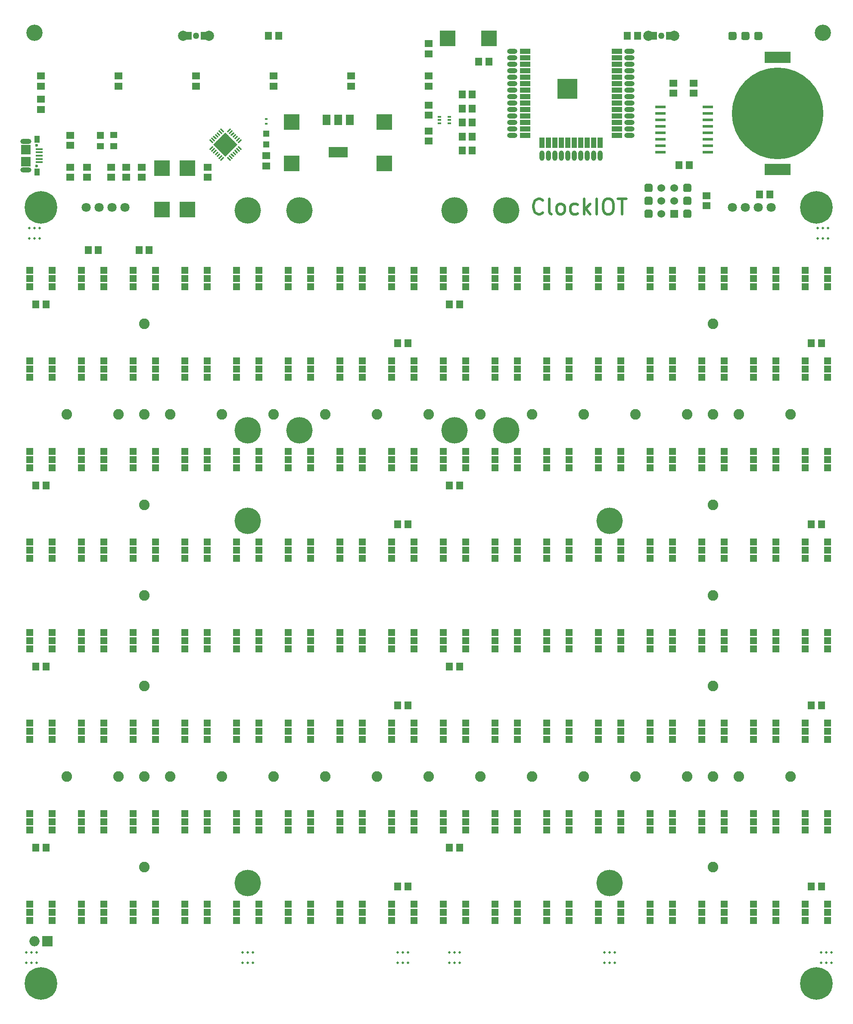
<source format=gts>
G04 #@! TF.GenerationSoftware,KiCad,Pcbnew,5.0.0-rc2-unknown-6d77e59~65~ubuntu16.04.1*
G04 #@! TF.CreationDate,2018-06-25T19:28:44+05:30*
G04 #@! TF.ProjectId,ClockIOT,436C6F636B494F542E6B696361645F70,rev 1*
G04 #@! TF.SameCoordinates,PX2fd7508PY2fd7508*
G04 #@! TF.FileFunction,Soldermask,Top*
G04 #@! TF.FilePolarity,Negative*
%FSLAX46Y46*%
G04 Gerber Fmt 4.6, Leading zero omitted, Abs format (unit mm)*
G04 Created by KiCad (PCBNEW 5.0.0-rc2-unknown-6d77e59~65~ubuntu16.04.1) date Mon Jun 25 19:28:44 2018*
%MOMM*%
%LPD*%
G01*
G04 APERTURE LIST*
%ADD10C,0.500000*%
%ADD11O,2.150000X1.050000*%
%ADD12R,1.900000X1.900000*%
%ADD13R,1.000000X1.350000*%
%ADD14R,1.350000X0.400000*%
%ADD15C,0.600000*%
%ADD16C,18.000000*%
%ADD17R,5.200000X2.200000*%
%ADD18R,1.400000X1.400000*%
%ADD19R,1.400000X1.200000*%
%ADD20R,1.350000X1.550000*%
%ADD21R,1.550000X1.350000*%
%ADD22R,1.500000X2.000000*%
%ADD23R,3.800000X2.000000*%
%ADD24R,0.600000X0.400000*%
%ADD25R,1.198880X1.198880*%
%ADD26C,5.200000*%
%ADD27C,6.400000*%
%ADD28C,0.800000*%
%ADD29R,2.000000X1.000000*%
%ADD30R,1.000000X2.000000*%
%ADD31R,4.000000X4.000000*%
%ADD32O,2.000000X1.000000*%
%ADD33O,1.000000X2.000000*%
%ADD34C,2.082800*%
%ADD35O,2.000000X2.000000*%
%ADD36R,2.000000X2.000000*%
%ADD37C,0.508000*%
%ADD38C,1.800000*%
%ADD39C,1.524000*%
%ADD40R,1.524000X1.524000*%
%ADD41C,0.127000*%
%ADD42C,1.600000*%
%ADD43C,1.270000*%
%ADD44R,1.300480X1.498600*%
%ADD45C,2.000000*%
%ADD46R,1.998980X0.599440*%
%ADD47R,3.048000X3.048000*%
%ADD48R,0.650000X0.400000*%
%ADD49C,1.675000*%
%ADD50C,0.300000*%
%ADD51C,0.300000*%
%ADD52C,3.200000*%
G04 APERTURE END LIST*
D10*
X103692142Y-38536428D02*
X103549285Y-38679285D01*
X103120714Y-38822142D01*
X102835000Y-38822142D01*
X102406428Y-38679285D01*
X102120714Y-38393571D01*
X101977857Y-38107857D01*
X101835000Y-37536428D01*
X101835000Y-37107857D01*
X101977857Y-36536428D01*
X102120714Y-36250714D01*
X102406428Y-35965000D01*
X102835000Y-35822142D01*
X103120714Y-35822142D01*
X103549285Y-35965000D01*
X103692142Y-36107857D01*
X105406428Y-38822142D02*
X105120714Y-38679285D01*
X104977857Y-38393571D01*
X104977857Y-35822142D01*
X106977857Y-38822142D02*
X106692142Y-38679285D01*
X106549285Y-38536428D01*
X106406428Y-38250714D01*
X106406428Y-37393571D01*
X106549285Y-37107857D01*
X106692142Y-36965000D01*
X106977857Y-36822142D01*
X107406428Y-36822142D01*
X107692142Y-36965000D01*
X107835000Y-37107857D01*
X107977857Y-37393571D01*
X107977857Y-38250714D01*
X107835000Y-38536428D01*
X107692142Y-38679285D01*
X107406428Y-38822142D01*
X106977857Y-38822142D01*
X110549285Y-38679285D02*
X110263571Y-38822142D01*
X109692142Y-38822142D01*
X109406428Y-38679285D01*
X109263571Y-38536428D01*
X109120714Y-38250714D01*
X109120714Y-37393571D01*
X109263571Y-37107857D01*
X109406428Y-36965000D01*
X109692142Y-36822142D01*
X110263571Y-36822142D01*
X110549285Y-36965000D01*
X111835000Y-38822142D02*
X111835000Y-35822142D01*
X112120714Y-37679285D02*
X112977857Y-38822142D01*
X112977857Y-36822142D02*
X111835000Y-37965000D01*
X114263571Y-38822142D02*
X114263571Y-35822142D01*
X116263571Y-35822142D02*
X116835000Y-35822142D01*
X117120714Y-35965000D01*
X117406428Y-36250714D01*
X117549285Y-36822142D01*
X117549285Y-37822142D01*
X117406428Y-38393571D01*
X117120714Y-38679285D01*
X116835000Y-38822142D01*
X116263571Y-38822142D01*
X115977857Y-38679285D01*
X115692142Y-38393571D01*
X115549285Y-37822142D01*
X115549285Y-36822142D01*
X115692142Y-36250714D01*
X115977857Y-35965000D01*
X116263571Y-35822142D01*
X118406428Y-35822142D02*
X120120714Y-35822142D01*
X119263571Y-38822142D02*
X119263571Y-35822142D01*
D11*
G04 #@! TO.C,P1*
X2085000Y-30170000D03*
X2085000Y-24500000D03*
D12*
X2085000Y-26185000D03*
D13*
X4335000Y-30535000D03*
D14*
X4760000Y-27335000D03*
X4760000Y-27985000D03*
X4760000Y-28635000D03*
X4760000Y-26035000D03*
X4760000Y-26685000D03*
D13*
X4335000Y-24135000D03*
D12*
X2085000Y-28485000D03*
D15*
X4235000Y-25335000D03*
X4235000Y-29335000D03*
G04 #@! TD*
D16*
G04 #@! TO.C,BT1*
X149860000Y-19050000D03*
D17*
X149860000Y-30050000D03*
X149860000Y-8050000D03*
G04 #@! TD*
D18*
G04 #@! TO.C,D1*
X16785000Y-23335000D03*
D19*
X16785000Y-25435000D03*
X19385000Y-25435000D03*
X19385000Y-23235000D03*
G04 #@! TD*
D20*
G04 #@! TO.C,C12*
X77200000Y-135255000D03*
X75200000Y-135255000D03*
G04 #@! TD*
G04 #@! TO.C,C7*
X158480000Y-99695000D03*
X156480000Y-99695000D03*
G04 #@! TD*
G04 #@! TO.C,C8*
X77200000Y-99695000D03*
X75200000Y-99695000D03*
G04 #@! TD*
D21*
G04 #@! TO.C,C24*
X24835000Y-29585000D03*
X24835000Y-31585000D03*
G04 #@! TD*
G04 #@! TO.C,C31*
X14085000Y-29585000D03*
X14085000Y-31585000D03*
G04 #@! TD*
D20*
G04 #@! TO.C,C22*
X132445000Y-29210000D03*
X130445000Y-29210000D03*
G04 #@! TD*
G04 #@! TO.C,C28*
X93085000Y-8835000D03*
X91085000Y-8835000D03*
G04 #@! TD*
D21*
G04 #@! TO.C,C26*
X37835000Y-29585000D03*
X37835000Y-31585000D03*
G04 #@! TD*
G04 #@! TO.C,C21*
X81280000Y-5350000D03*
X81280000Y-7350000D03*
G04 #@! TD*
G04 #@! TO.C,C20*
X5080000Y-16272000D03*
X5080000Y-18272000D03*
G04 #@! TD*
G04 #@! TO.C,C29*
X135890000Y-35195000D03*
X135890000Y-37195000D03*
G04 #@! TD*
D20*
G04 #@! TO.C,C30*
X148320000Y-34925000D03*
X146320000Y-34925000D03*
G04 #@! TD*
D21*
G04 #@! TO.C,C19*
X81280000Y-22495000D03*
X81280000Y-24495000D03*
G04 #@! TD*
D20*
G04 #@! TO.C,C9*
X6080000Y-127635000D03*
X4080000Y-127635000D03*
G04 #@! TD*
G04 #@! TO.C,C6*
X87360000Y-92075000D03*
X85360000Y-92075000D03*
G04 #@! TD*
G04 #@! TO.C,C1*
X6080000Y-56515000D03*
X4080000Y-56515000D03*
G04 #@! TD*
G04 #@! TO.C,C2*
X87360000Y-56515000D03*
X85360000Y-56515000D03*
G04 #@! TD*
G04 #@! TO.C,C3*
X158480000Y-64135000D03*
X156480000Y-64135000D03*
G04 #@! TD*
G04 #@! TO.C,C4*
X77200000Y-64135000D03*
X75200000Y-64135000D03*
G04 #@! TD*
G04 #@! TO.C,C5*
X6080000Y-92075000D03*
X4080000Y-92075000D03*
G04 #@! TD*
G04 #@! TO.C,C10*
X87360000Y-127635000D03*
X85360000Y-127635000D03*
G04 #@! TD*
G04 #@! TO.C,C11*
X158480000Y-135255000D03*
X156480000Y-135255000D03*
G04 #@! TD*
G04 #@! TO.C,C13*
X6080000Y-163195000D03*
X4080000Y-163195000D03*
G04 #@! TD*
G04 #@! TO.C,C14*
X87360000Y-163195000D03*
X85360000Y-163195000D03*
G04 #@! TD*
G04 #@! TO.C,C15*
X158480000Y-170815000D03*
X156480000Y-170815000D03*
G04 #@! TD*
G04 #@! TO.C,C16*
X77200000Y-170815000D03*
X75200000Y-170815000D03*
G04 #@! TD*
D21*
G04 #@! TO.C,R9*
X18835000Y-29585000D03*
X18835000Y-31585000D03*
G04 #@! TD*
G04 #@! TO.C,L2*
X10835000Y-29585000D03*
X10835000Y-31585000D03*
G04 #@! TD*
G04 #@! TO.C,R25*
X20320000Y-11700000D03*
X20320000Y-13700000D03*
G04 #@! TD*
G04 #@! TO.C,R24*
X35560000Y-11700000D03*
X35560000Y-13700000D03*
G04 #@! TD*
G04 #@! TO.C,R11*
X50800000Y-11700000D03*
X50800000Y-13700000D03*
G04 #@! TD*
G04 #@! TO.C,R10*
X66040000Y-11700000D03*
X66040000Y-13700000D03*
G04 #@! TD*
D20*
G04 #@! TO.C,R23*
X89835000Y-18085000D03*
X87835000Y-18085000D03*
G04 #@! TD*
G04 #@! TO.C,R22*
X89835000Y-20835000D03*
X87835000Y-20835000D03*
G04 #@! TD*
G04 #@! TO.C,R20*
X89835000Y-23585000D03*
X87835000Y-23585000D03*
G04 #@! TD*
G04 #@! TO.C,R19*
X89835000Y-26335000D03*
X87835000Y-26335000D03*
G04 #@! TD*
D21*
G04 #@! TO.C,R18*
X81280000Y-11700000D03*
X81280000Y-13700000D03*
G04 #@! TD*
G04 #@! TO.C,R16*
X5080000Y-11700000D03*
X5080000Y-13700000D03*
G04 #@! TD*
G04 #@! TO.C,R4*
X49335000Y-27335000D03*
X49335000Y-29335000D03*
G04 #@! TD*
G04 #@! TO.C,R3*
X81280000Y-17415000D03*
X81280000Y-19415000D03*
G04 #@! TD*
G04 #@! TO.C,R8*
X21835000Y-29585000D03*
X21835000Y-31585000D03*
G04 #@! TD*
G04 #@! TO.C,R7*
X129335000Y-13085000D03*
X129335000Y-15085000D03*
G04 #@! TD*
G04 #@! TO.C,R6*
X133335000Y-13085000D03*
X133335000Y-15085000D03*
G04 #@! TD*
D20*
G04 #@! TO.C,R21*
X89835000Y-15335000D03*
X87835000Y-15335000D03*
G04 #@! TD*
G04 #@! TO.C,R1*
X16335000Y-45835000D03*
X14335000Y-45835000D03*
G04 #@! TD*
G04 #@! TO.C,R2*
X26335000Y-45835000D03*
X24335000Y-45835000D03*
G04 #@! TD*
G04 #@! TO.C,R12*
X51800000Y-3810000D03*
X49800000Y-3810000D03*
G04 #@! TD*
G04 #@! TO.C,R13*
X122285000Y-3810000D03*
X120285000Y-3810000D03*
G04 #@! TD*
D21*
G04 #@! TO.C,L1*
X10835000Y-23335000D03*
X10835000Y-25335000D03*
G04 #@! TD*
D22*
G04 #@! TO.C,U131*
X65800000Y-20345000D03*
X61200000Y-20345000D03*
X63500000Y-20345000D03*
D23*
X63500000Y-26645000D03*
G04 #@! TD*
D24*
G04 #@! TO.C,JP1*
X49335000Y-21035000D03*
X49335000Y-20135000D03*
G04 #@! TD*
D25*
G04 #@! TO.C,D2*
X49335000Y-23035980D03*
X49335000Y-25134020D03*
G04 #@! TD*
D18*
G04 #@! TO.C,U123*
X58080000Y-174295000D03*
X53680000Y-174295000D03*
X53680000Y-175895000D03*
X58080000Y-175895000D03*
X58080000Y-177495000D03*
X53680000Y-177495000D03*
G04 #@! TD*
D26*
G04 #@! TO.C,HB54*
X45720000Y-170180000D03*
G04 #@! TD*
G04 #@! TO.C,HB53*
X116840000Y-170180000D03*
G04 #@! TD*
G04 #@! TO.C,HB52*
X116840000Y-99060000D03*
G04 #@! TD*
G04 #@! TO.C,HB51*
X45720000Y-99060000D03*
G04 #@! TD*
D27*
G04 #@! TO.C,HB47*
X5080000Y-37465000D03*
D28*
X7480000Y-37465000D03*
X6777056Y-39162056D03*
X5080000Y-39865000D03*
X3382944Y-39162056D03*
X2680000Y-37465000D03*
X3382944Y-35767944D03*
X5080000Y-35065000D03*
X6777056Y-35767944D03*
G04 #@! TD*
D27*
G04 #@! TO.C,HB48*
X157480000Y-37465000D03*
D28*
X159880000Y-37465000D03*
X159177056Y-39162056D03*
X157480000Y-39865000D03*
X155782944Y-39162056D03*
X155080000Y-37465000D03*
X155782944Y-35767944D03*
X157480000Y-35065000D03*
X159177056Y-35767944D03*
G04 #@! TD*
D27*
G04 #@! TO.C,HB49*
X5080000Y-189865000D03*
D28*
X7480000Y-189865000D03*
X6777056Y-191562056D03*
X5080000Y-192265000D03*
X3382944Y-191562056D03*
X2680000Y-189865000D03*
X3382944Y-188167944D03*
X5080000Y-187465000D03*
X6777056Y-188167944D03*
G04 #@! TD*
D27*
G04 #@! TO.C,HB50*
X157480000Y-189865000D03*
D28*
X159880000Y-189865000D03*
X159177056Y-191562056D03*
X157480000Y-192265000D03*
X155782944Y-191562056D03*
X155080000Y-189865000D03*
X155782944Y-188167944D03*
X157480000Y-187465000D03*
X159177056Y-188167944D03*
G04 #@! TD*
D29*
G04 #@! TO.C,U129*
X100220000Y-6815000D03*
X100220000Y-8085000D03*
X100220000Y-9355000D03*
X100220000Y-10625000D03*
X100220000Y-11895000D03*
X100220000Y-13165000D03*
X100220000Y-14435000D03*
X100220000Y-15705000D03*
X100220000Y-16975000D03*
X100220000Y-18245000D03*
X100220000Y-19515000D03*
X100220000Y-20785000D03*
X100220000Y-22055000D03*
X100220000Y-23325000D03*
D30*
X103505000Y-24815000D03*
X104775000Y-24815000D03*
X106045000Y-24815000D03*
X107315000Y-24815000D03*
X108585000Y-24815000D03*
X109855000Y-24815000D03*
X111125000Y-24815000D03*
X112395000Y-24815000D03*
X113665000Y-24815000D03*
X114935000Y-24815000D03*
D29*
X118220000Y-23325000D03*
X118220000Y-22055000D03*
X118220000Y-20785000D03*
X118220000Y-19515000D03*
X118220000Y-18245000D03*
X118220000Y-16975000D03*
X118220000Y-15705000D03*
X118220000Y-14435000D03*
X118220000Y-13165000D03*
X118220000Y-11895000D03*
X118220000Y-10625000D03*
X118220000Y-9355000D03*
X118220000Y-8085000D03*
X118220000Y-6815000D03*
D31*
X108520000Y-14215000D03*
D32*
X97720000Y-6815000D03*
X97720000Y-8085000D03*
X97720000Y-9355000D03*
X97720000Y-10625000D03*
X97720000Y-11895000D03*
X97720000Y-13165000D03*
X97720000Y-14435000D03*
X97720000Y-15705000D03*
X97720000Y-16975000D03*
X97720000Y-18245000D03*
X97720000Y-19515000D03*
X97720000Y-20785000D03*
X97720000Y-22055000D03*
X97720000Y-23325000D03*
X120720000Y-8085000D03*
X120720000Y-16975000D03*
X120720000Y-18245000D03*
X120720000Y-10625000D03*
X120720000Y-6815000D03*
X120720000Y-19515000D03*
X120720000Y-13165000D03*
X120720000Y-23325000D03*
X120720000Y-22055000D03*
X120720000Y-15705000D03*
X120720000Y-14435000D03*
X120720000Y-11895000D03*
X120720000Y-20785000D03*
X120720000Y-9355000D03*
D33*
X103505000Y-27315000D03*
X104775000Y-27315000D03*
X106045000Y-27315000D03*
X107315000Y-27315000D03*
X108585000Y-27315000D03*
X111125000Y-27315000D03*
X112395000Y-27315000D03*
X113665000Y-27315000D03*
X114935000Y-27315000D03*
X109855000Y-27315000D03*
G04 #@! TD*
D34*
G04 #@! TO.C,HB44*
X137160000Y-167005000D03*
G04 #@! TD*
G04 #@! TO.C,HB43*
X137160000Y-149225000D03*
G04 #@! TD*
G04 #@! TO.C,HB42*
X137160000Y-131445000D03*
G04 #@! TD*
G04 #@! TO.C,HB41*
X137160000Y-113665000D03*
G04 #@! TD*
G04 #@! TO.C,HB40*
X137160000Y-95885000D03*
G04 #@! TD*
G04 #@! TO.C,HB39*
X137160000Y-78105000D03*
G04 #@! TD*
G04 #@! TO.C,HB38*
X137160000Y-60325000D03*
G04 #@! TD*
G04 #@! TO.C,HB37*
X25400000Y-167005000D03*
G04 #@! TD*
G04 #@! TO.C,HB36*
X25400000Y-149225000D03*
G04 #@! TD*
G04 #@! TO.C,HB35*
X25400000Y-131445000D03*
G04 #@! TD*
G04 #@! TO.C,HB34*
X25400000Y-113665000D03*
G04 #@! TD*
G04 #@! TO.C,HB33*
X25400000Y-95885000D03*
G04 #@! TD*
G04 #@! TO.C,HB32*
X25400000Y-78105000D03*
G04 #@! TD*
G04 #@! TO.C,HB31*
X25400000Y-60325000D03*
G04 #@! TD*
G04 #@! TO.C,HB30*
X152400000Y-149225000D03*
G04 #@! TD*
G04 #@! TO.C,HB29*
X142240000Y-149225000D03*
G04 #@! TD*
G04 #@! TO.C,HB28*
X132080000Y-149225000D03*
G04 #@! TD*
G04 #@! TO.C,HB27*
X121920000Y-149225000D03*
G04 #@! TD*
G04 #@! TO.C,HB26*
X111760000Y-149225000D03*
G04 #@! TD*
G04 #@! TO.C,HB25*
X101600000Y-149225000D03*
G04 #@! TD*
G04 #@! TO.C,HB24*
X91440000Y-149225000D03*
G04 #@! TD*
G04 #@! TO.C,HB23*
X81280000Y-149225000D03*
G04 #@! TD*
G04 #@! TO.C,HB22*
X71120000Y-149225000D03*
G04 #@! TD*
G04 #@! TO.C,HB21*
X60960000Y-149225000D03*
G04 #@! TD*
G04 #@! TO.C,HB20*
X50800000Y-149225000D03*
G04 #@! TD*
G04 #@! TO.C,HB19*
X40640000Y-149225000D03*
G04 #@! TD*
G04 #@! TO.C,HB18*
X30480000Y-149225000D03*
G04 #@! TD*
G04 #@! TO.C,HB17*
X20320000Y-149225000D03*
G04 #@! TD*
G04 #@! TO.C,HB16*
X10160000Y-149225000D03*
G04 #@! TD*
G04 #@! TO.C,HB15*
X152400000Y-78105000D03*
G04 #@! TD*
G04 #@! TO.C,HB14*
X142240000Y-78105000D03*
G04 #@! TD*
G04 #@! TO.C,HB13*
X132080000Y-78105000D03*
G04 #@! TD*
G04 #@! TO.C,HB12*
X121920000Y-78105000D03*
G04 #@! TD*
G04 #@! TO.C,HB11*
X111760000Y-78105000D03*
G04 #@! TD*
G04 #@! TO.C,HB10*
X101600000Y-78105000D03*
G04 #@! TD*
G04 #@! TO.C,HB9*
X91440000Y-78105000D03*
G04 #@! TD*
G04 #@! TO.C,HB8*
X81280000Y-78105000D03*
G04 #@! TD*
G04 #@! TO.C,HB7*
X71120000Y-78105000D03*
G04 #@! TD*
G04 #@! TO.C,HB6*
X60960000Y-78105000D03*
G04 #@! TD*
G04 #@! TO.C,HB5*
X50800000Y-78105000D03*
G04 #@! TD*
G04 #@! TO.C,HB4*
X40640000Y-78105000D03*
G04 #@! TD*
G04 #@! TO.C,HB3*
X30480000Y-78105000D03*
G04 #@! TD*
G04 #@! TO.C,HB2*
X20320000Y-78105000D03*
G04 #@! TD*
G04 #@! TO.C,HB1*
X10160000Y-78105000D03*
G04 #@! TD*
D35*
G04 #@! TO.C,P2*
X3810000Y-181610000D03*
D36*
X6350000Y-181610000D03*
G04 #@! TD*
D37*
G04 #@! TO.C,BITE1*
X4826000Y-43561000D03*
X2794000Y-43561000D03*
X2794000Y-41529000D03*
X4826000Y-41529000D03*
X3810000Y-43561000D03*
X3810000Y-41529000D03*
G04 #@! TD*
G04 #@! TO.C,BITE2*
X159766000Y-43561000D03*
X157734000Y-43561000D03*
X157734000Y-41529000D03*
X159766000Y-41529000D03*
X158750000Y-43561000D03*
X158750000Y-41529000D03*
G04 #@! TD*
G04 #@! TO.C,BITE3*
X4191000Y-185801000D03*
X2159000Y-185801000D03*
X2159000Y-183769000D03*
X4191000Y-183769000D03*
X3175000Y-185801000D03*
X3175000Y-183769000D03*
G04 #@! TD*
G04 #@! TO.C,BITE4*
X46736000Y-185801000D03*
X44704000Y-185801000D03*
X44704000Y-183769000D03*
X46736000Y-183769000D03*
X45720000Y-185801000D03*
X45720000Y-183769000D03*
G04 #@! TD*
G04 #@! TO.C,BITE5*
X77216000Y-185801000D03*
X75184000Y-185801000D03*
X75184000Y-183769000D03*
X77216000Y-183769000D03*
X76200000Y-185801000D03*
X76200000Y-183769000D03*
G04 #@! TD*
G04 #@! TO.C,BITE6*
X87376000Y-185801000D03*
X85344000Y-185801000D03*
X85344000Y-183769000D03*
X87376000Y-183769000D03*
X86360000Y-185801000D03*
X86360000Y-183769000D03*
G04 #@! TD*
G04 #@! TO.C,BITE7*
X117856000Y-185801000D03*
X115824000Y-185801000D03*
X115824000Y-183769000D03*
X117856000Y-183769000D03*
X116840000Y-185801000D03*
X116840000Y-183769000D03*
G04 #@! TD*
G04 #@! TO.C,BITE8*
X160401000Y-185801000D03*
X158369000Y-185801000D03*
X158369000Y-183769000D03*
X160401000Y-183769000D03*
X159385000Y-185801000D03*
X159385000Y-183769000D03*
G04 #@! TD*
D38*
G04 #@! TO.C,J25*
X21590000Y-37465000D03*
X19050000Y-37465000D03*
X16510000Y-37465000D03*
X13970000Y-37465000D03*
G04 #@! TD*
G04 #@! TO.C,J24*
X140970000Y-37465000D03*
X143510000Y-37465000D03*
X146050000Y-37465000D03*
X148590000Y-37465000D03*
G04 #@! TD*
D39*
G04 #@! TO.C,J20*
X127000000Y-38735000D03*
D40*
X129540000Y-38735000D03*
D39*
X127000000Y-36195000D03*
X129540000Y-36195000D03*
X127000000Y-33655000D03*
X129540000Y-33655000D03*
G04 #@! TD*
D26*
G04 #@! TO.C,J8*
X86360000Y-38100000D03*
G04 #@! TD*
G04 #@! TO.C,J7*
X96520000Y-38100000D03*
G04 #@! TD*
G04 #@! TO.C,J2*
X55880000Y-38100000D03*
G04 #@! TD*
G04 #@! TO.C,J1*
X45720000Y-38100000D03*
G04 #@! TD*
G04 #@! TO.C,J9*
X45720000Y-81280000D03*
G04 #@! TD*
G04 #@! TO.C,J10*
X55880000Y-81280000D03*
G04 #@! TD*
G04 #@! TO.C,J15*
X96520000Y-81280000D03*
G04 #@! TD*
G04 #@! TO.C,J16*
X86360000Y-81280000D03*
G04 #@! TD*
D41*
G04 #@! TO.C,TP1*
G36*
X141409207Y-3011926D02*
X141448036Y-3017686D01*
X141486114Y-3027224D01*
X141523073Y-3040448D01*
X141558559Y-3057231D01*
X141592228Y-3077412D01*
X141623757Y-3100796D01*
X141652843Y-3127157D01*
X141679204Y-3156243D01*
X141702588Y-3187772D01*
X141722769Y-3221441D01*
X141739552Y-3256927D01*
X141752776Y-3293886D01*
X141762314Y-3331964D01*
X141768074Y-3370793D01*
X141770000Y-3410000D01*
X141770000Y-4210000D01*
X141768074Y-4249207D01*
X141762314Y-4288036D01*
X141752776Y-4326114D01*
X141739552Y-4363073D01*
X141722769Y-4398559D01*
X141702588Y-4432228D01*
X141679204Y-4463757D01*
X141652843Y-4492843D01*
X141623757Y-4519204D01*
X141592228Y-4542588D01*
X141558559Y-4562769D01*
X141523073Y-4579552D01*
X141486114Y-4592776D01*
X141448036Y-4602314D01*
X141409207Y-4608074D01*
X141370000Y-4610000D01*
X140570000Y-4610000D01*
X140530793Y-4608074D01*
X140491964Y-4602314D01*
X140453886Y-4592776D01*
X140416927Y-4579552D01*
X140381441Y-4562769D01*
X140347772Y-4542588D01*
X140316243Y-4519204D01*
X140287157Y-4492843D01*
X140260796Y-4463757D01*
X140237412Y-4432228D01*
X140217231Y-4398559D01*
X140200448Y-4363073D01*
X140187224Y-4326114D01*
X140177686Y-4288036D01*
X140171926Y-4249207D01*
X140170000Y-4210000D01*
X140170000Y-3410000D01*
X140171926Y-3370793D01*
X140177686Y-3331964D01*
X140187224Y-3293886D01*
X140200448Y-3256927D01*
X140217231Y-3221441D01*
X140237412Y-3187772D01*
X140260796Y-3156243D01*
X140287157Y-3127157D01*
X140316243Y-3100796D01*
X140347772Y-3077412D01*
X140381441Y-3057231D01*
X140416927Y-3040448D01*
X140453886Y-3027224D01*
X140491964Y-3017686D01*
X140530793Y-3011926D01*
X140570000Y-3010000D01*
X141370000Y-3010000D01*
X141409207Y-3011926D01*
X141409207Y-3011926D01*
G37*
D42*
X140970000Y-3810000D03*
G04 #@! TD*
D41*
G04 #@! TO.C,J23*
G36*
X132519207Y-37936926D02*
X132558036Y-37942686D01*
X132596114Y-37952224D01*
X132633073Y-37965448D01*
X132668559Y-37982231D01*
X132702228Y-38002412D01*
X132733757Y-38025796D01*
X132762843Y-38052157D01*
X132789204Y-38081243D01*
X132812588Y-38112772D01*
X132832769Y-38146441D01*
X132849552Y-38181927D01*
X132862776Y-38218886D01*
X132872314Y-38256964D01*
X132878074Y-38295793D01*
X132880000Y-38335000D01*
X132880000Y-39135000D01*
X132878074Y-39174207D01*
X132872314Y-39213036D01*
X132862776Y-39251114D01*
X132849552Y-39288073D01*
X132832769Y-39323559D01*
X132812588Y-39357228D01*
X132789204Y-39388757D01*
X132762843Y-39417843D01*
X132733757Y-39444204D01*
X132702228Y-39467588D01*
X132668559Y-39487769D01*
X132633073Y-39504552D01*
X132596114Y-39517776D01*
X132558036Y-39527314D01*
X132519207Y-39533074D01*
X132480000Y-39535000D01*
X131680000Y-39535000D01*
X131640793Y-39533074D01*
X131601964Y-39527314D01*
X131563886Y-39517776D01*
X131526927Y-39504552D01*
X131491441Y-39487769D01*
X131457772Y-39467588D01*
X131426243Y-39444204D01*
X131397157Y-39417843D01*
X131370796Y-39388757D01*
X131347412Y-39357228D01*
X131327231Y-39323559D01*
X131310448Y-39288073D01*
X131297224Y-39251114D01*
X131287686Y-39213036D01*
X131281926Y-39174207D01*
X131280000Y-39135000D01*
X131280000Y-38335000D01*
X131281926Y-38295793D01*
X131287686Y-38256964D01*
X131297224Y-38218886D01*
X131310448Y-38181927D01*
X131327231Y-38146441D01*
X131347412Y-38112772D01*
X131370796Y-38081243D01*
X131397157Y-38052157D01*
X131426243Y-38025796D01*
X131457772Y-38002412D01*
X131491441Y-37982231D01*
X131526927Y-37965448D01*
X131563886Y-37952224D01*
X131601964Y-37942686D01*
X131640793Y-37936926D01*
X131680000Y-37935000D01*
X132480000Y-37935000D01*
X132519207Y-37936926D01*
X132519207Y-37936926D01*
G37*
D42*
X132080000Y-38735000D03*
G04 #@! TD*
D41*
G04 #@! TO.C,J22*
G36*
X124899207Y-37936926D02*
X124938036Y-37942686D01*
X124976114Y-37952224D01*
X125013073Y-37965448D01*
X125048559Y-37982231D01*
X125082228Y-38002412D01*
X125113757Y-38025796D01*
X125142843Y-38052157D01*
X125169204Y-38081243D01*
X125192588Y-38112772D01*
X125212769Y-38146441D01*
X125229552Y-38181927D01*
X125242776Y-38218886D01*
X125252314Y-38256964D01*
X125258074Y-38295793D01*
X125260000Y-38335000D01*
X125260000Y-39135000D01*
X125258074Y-39174207D01*
X125252314Y-39213036D01*
X125242776Y-39251114D01*
X125229552Y-39288073D01*
X125212769Y-39323559D01*
X125192588Y-39357228D01*
X125169204Y-39388757D01*
X125142843Y-39417843D01*
X125113757Y-39444204D01*
X125082228Y-39467588D01*
X125048559Y-39487769D01*
X125013073Y-39504552D01*
X124976114Y-39517776D01*
X124938036Y-39527314D01*
X124899207Y-39533074D01*
X124860000Y-39535000D01*
X124060000Y-39535000D01*
X124020793Y-39533074D01*
X123981964Y-39527314D01*
X123943886Y-39517776D01*
X123906927Y-39504552D01*
X123871441Y-39487769D01*
X123837772Y-39467588D01*
X123806243Y-39444204D01*
X123777157Y-39417843D01*
X123750796Y-39388757D01*
X123727412Y-39357228D01*
X123707231Y-39323559D01*
X123690448Y-39288073D01*
X123677224Y-39251114D01*
X123667686Y-39213036D01*
X123661926Y-39174207D01*
X123660000Y-39135000D01*
X123660000Y-38335000D01*
X123661926Y-38295793D01*
X123667686Y-38256964D01*
X123677224Y-38218886D01*
X123690448Y-38181927D01*
X123707231Y-38146441D01*
X123727412Y-38112772D01*
X123750796Y-38081243D01*
X123777157Y-38052157D01*
X123806243Y-38025796D01*
X123837772Y-38002412D01*
X123871441Y-37982231D01*
X123906927Y-37965448D01*
X123943886Y-37952224D01*
X123981964Y-37942686D01*
X124020793Y-37936926D01*
X124060000Y-37935000D01*
X124860000Y-37935000D01*
X124899207Y-37936926D01*
X124899207Y-37936926D01*
G37*
D42*
X124460000Y-38735000D03*
G04 #@! TD*
D41*
G04 #@! TO.C,J21*
G36*
X132519207Y-35396926D02*
X132558036Y-35402686D01*
X132596114Y-35412224D01*
X132633073Y-35425448D01*
X132668559Y-35442231D01*
X132702228Y-35462412D01*
X132733757Y-35485796D01*
X132762843Y-35512157D01*
X132789204Y-35541243D01*
X132812588Y-35572772D01*
X132832769Y-35606441D01*
X132849552Y-35641927D01*
X132862776Y-35678886D01*
X132872314Y-35716964D01*
X132878074Y-35755793D01*
X132880000Y-35795000D01*
X132880000Y-36595000D01*
X132878074Y-36634207D01*
X132872314Y-36673036D01*
X132862776Y-36711114D01*
X132849552Y-36748073D01*
X132832769Y-36783559D01*
X132812588Y-36817228D01*
X132789204Y-36848757D01*
X132762843Y-36877843D01*
X132733757Y-36904204D01*
X132702228Y-36927588D01*
X132668559Y-36947769D01*
X132633073Y-36964552D01*
X132596114Y-36977776D01*
X132558036Y-36987314D01*
X132519207Y-36993074D01*
X132480000Y-36995000D01*
X131680000Y-36995000D01*
X131640793Y-36993074D01*
X131601964Y-36987314D01*
X131563886Y-36977776D01*
X131526927Y-36964552D01*
X131491441Y-36947769D01*
X131457772Y-36927588D01*
X131426243Y-36904204D01*
X131397157Y-36877843D01*
X131370796Y-36848757D01*
X131347412Y-36817228D01*
X131327231Y-36783559D01*
X131310448Y-36748073D01*
X131297224Y-36711114D01*
X131287686Y-36673036D01*
X131281926Y-36634207D01*
X131280000Y-36595000D01*
X131280000Y-35795000D01*
X131281926Y-35755793D01*
X131287686Y-35716964D01*
X131297224Y-35678886D01*
X131310448Y-35641927D01*
X131327231Y-35606441D01*
X131347412Y-35572772D01*
X131370796Y-35541243D01*
X131397157Y-35512157D01*
X131426243Y-35485796D01*
X131457772Y-35462412D01*
X131491441Y-35442231D01*
X131526927Y-35425448D01*
X131563886Y-35412224D01*
X131601964Y-35402686D01*
X131640793Y-35396926D01*
X131680000Y-35395000D01*
X132480000Y-35395000D01*
X132519207Y-35396926D01*
X132519207Y-35396926D01*
G37*
D42*
X132080000Y-36195000D03*
G04 #@! TD*
D41*
G04 #@! TO.C,J19*
G36*
X124899207Y-35396926D02*
X124938036Y-35402686D01*
X124976114Y-35412224D01*
X125013073Y-35425448D01*
X125048559Y-35442231D01*
X125082228Y-35462412D01*
X125113757Y-35485796D01*
X125142843Y-35512157D01*
X125169204Y-35541243D01*
X125192588Y-35572772D01*
X125212769Y-35606441D01*
X125229552Y-35641927D01*
X125242776Y-35678886D01*
X125252314Y-35716964D01*
X125258074Y-35755793D01*
X125260000Y-35795000D01*
X125260000Y-36595000D01*
X125258074Y-36634207D01*
X125252314Y-36673036D01*
X125242776Y-36711114D01*
X125229552Y-36748073D01*
X125212769Y-36783559D01*
X125192588Y-36817228D01*
X125169204Y-36848757D01*
X125142843Y-36877843D01*
X125113757Y-36904204D01*
X125082228Y-36927588D01*
X125048559Y-36947769D01*
X125013073Y-36964552D01*
X124976114Y-36977776D01*
X124938036Y-36987314D01*
X124899207Y-36993074D01*
X124860000Y-36995000D01*
X124060000Y-36995000D01*
X124020793Y-36993074D01*
X123981964Y-36987314D01*
X123943886Y-36977776D01*
X123906927Y-36964552D01*
X123871441Y-36947769D01*
X123837772Y-36927588D01*
X123806243Y-36904204D01*
X123777157Y-36877843D01*
X123750796Y-36848757D01*
X123727412Y-36817228D01*
X123707231Y-36783559D01*
X123690448Y-36748073D01*
X123677224Y-36711114D01*
X123667686Y-36673036D01*
X123661926Y-36634207D01*
X123660000Y-36595000D01*
X123660000Y-35795000D01*
X123661926Y-35755793D01*
X123667686Y-35716964D01*
X123677224Y-35678886D01*
X123690448Y-35641927D01*
X123707231Y-35606441D01*
X123727412Y-35572772D01*
X123750796Y-35541243D01*
X123777157Y-35512157D01*
X123806243Y-35485796D01*
X123837772Y-35462412D01*
X123871441Y-35442231D01*
X123906927Y-35425448D01*
X123943886Y-35412224D01*
X123981964Y-35402686D01*
X124020793Y-35396926D01*
X124060000Y-35395000D01*
X124860000Y-35395000D01*
X124899207Y-35396926D01*
X124899207Y-35396926D01*
G37*
D42*
X124460000Y-36195000D03*
G04 #@! TD*
D41*
G04 #@! TO.C,J18*
G36*
X132519207Y-32856926D02*
X132558036Y-32862686D01*
X132596114Y-32872224D01*
X132633073Y-32885448D01*
X132668559Y-32902231D01*
X132702228Y-32922412D01*
X132733757Y-32945796D01*
X132762843Y-32972157D01*
X132789204Y-33001243D01*
X132812588Y-33032772D01*
X132832769Y-33066441D01*
X132849552Y-33101927D01*
X132862776Y-33138886D01*
X132872314Y-33176964D01*
X132878074Y-33215793D01*
X132880000Y-33255000D01*
X132880000Y-34055000D01*
X132878074Y-34094207D01*
X132872314Y-34133036D01*
X132862776Y-34171114D01*
X132849552Y-34208073D01*
X132832769Y-34243559D01*
X132812588Y-34277228D01*
X132789204Y-34308757D01*
X132762843Y-34337843D01*
X132733757Y-34364204D01*
X132702228Y-34387588D01*
X132668559Y-34407769D01*
X132633073Y-34424552D01*
X132596114Y-34437776D01*
X132558036Y-34447314D01*
X132519207Y-34453074D01*
X132480000Y-34455000D01*
X131680000Y-34455000D01*
X131640793Y-34453074D01*
X131601964Y-34447314D01*
X131563886Y-34437776D01*
X131526927Y-34424552D01*
X131491441Y-34407769D01*
X131457772Y-34387588D01*
X131426243Y-34364204D01*
X131397157Y-34337843D01*
X131370796Y-34308757D01*
X131347412Y-34277228D01*
X131327231Y-34243559D01*
X131310448Y-34208073D01*
X131297224Y-34171114D01*
X131287686Y-34133036D01*
X131281926Y-34094207D01*
X131280000Y-34055000D01*
X131280000Y-33255000D01*
X131281926Y-33215793D01*
X131287686Y-33176964D01*
X131297224Y-33138886D01*
X131310448Y-33101927D01*
X131327231Y-33066441D01*
X131347412Y-33032772D01*
X131370796Y-33001243D01*
X131397157Y-32972157D01*
X131426243Y-32945796D01*
X131457772Y-32922412D01*
X131491441Y-32902231D01*
X131526927Y-32885448D01*
X131563886Y-32872224D01*
X131601964Y-32862686D01*
X131640793Y-32856926D01*
X131680000Y-32855000D01*
X132480000Y-32855000D01*
X132519207Y-32856926D01*
X132519207Y-32856926D01*
G37*
D42*
X132080000Y-33655000D03*
G04 #@! TD*
D41*
G04 #@! TO.C,J17*
G36*
X124899207Y-32856926D02*
X124938036Y-32862686D01*
X124976114Y-32872224D01*
X125013073Y-32885448D01*
X125048559Y-32902231D01*
X125082228Y-32922412D01*
X125113757Y-32945796D01*
X125142843Y-32972157D01*
X125169204Y-33001243D01*
X125192588Y-33032772D01*
X125212769Y-33066441D01*
X125229552Y-33101927D01*
X125242776Y-33138886D01*
X125252314Y-33176964D01*
X125258074Y-33215793D01*
X125260000Y-33255000D01*
X125260000Y-34055000D01*
X125258074Y-34094207D01*
X125252314Y-34133036D01*
X125242776Y-34171114D01*
X125229552Y-34208073D01*
X125212769Y-34243559D01*
X125192588Y-34277228D01*
X125169204Y-34308757D01*
X125142843Y-34337843D01*
X125113757Y-34364204D01*
X125082228Y-34387588D01*
X125048559Y-34407769D01*
X125013073Y-34424552D01*
X124976114Y-34437776D01*
X124938036Y-34447314D01*
X124899207Y-34453074D01*
X124860000Y-34455000D01*
X124060000Y-34455000D01*
X124020793Y-34453074D01*
X123981964Y-34447314D01*
X123943886Y-34437776D01*
X123906927Y-34424552D01*
X123871441Y-34407769D01*
X123837772Y-34387588D01*
X123806243Y-34364204D01*
X123777157Y-34337843D01*
X123750796Y-34308757D01*
X123727412Y-34277228D01*
X123707231Y-34243559D01*
X123690448Y-34208073D01*
X123677224Y-34171114D01*
X123667686Y-34133036D01*
X123661926Y-34094207D01*
X123660000Y-34055000D01*
X123660000Y-33255000D01*
X123661926Y-33215793D01*
X123667686Y-33176964D01*
X123677224Y-33138886D01*
X123690448Y-33101927D01*
X123707231Y-33066441D01*
X123727412Y-33032772D01*
X123750796Y-33001243D01*
X123777157Y-32972157D01*
X123806243Y-32945796D01*
X123837772Y-32922412D01*
X123871441Y-32902231D01*
X123906927Y-32885448D01*
X123943886Y-32872224D01*
X123981964Y-32862686D01*
X124020793Y-32856926D01*
X124060000Y-32855000D01*
X124860000Y-32855000D01*
X124899207Y-32856926D01*
X124899207Y-32856926D01*
G37*
D42*
X124460000Y-33655000D03*
G04 #@! TD*
D41*
G04 #@! TO.C,TP3*
G36*
X146489207Y-3011926D02*
X146528036Y-3017686D01*
X146566114Y-3027224D01*
X146603073Y-3040448D01*
X146638559Y-3057231D01*
X146672228Y-3077412D01*
X146703757Y-3100796D01*
X146732843Y-3127157D01*
X146759204Y-3156243D01*
X146782588Y-3187772D01*
X146802769Y-3221441D01*
X146819552Y-3256927D01*
X146832776Y-3293886D01*
X146842314Y-3331964D01*
X146848074Y-3370793D01*
X146850000Y-3410000D01*
X146850000Y-4210000D01*
X146848074Y-4249207D01*
X146842314Y-4288036D01*
X146832776Y-4326114D01*
X146819552Y-4363073D01*
X146802769Y-4398559D01*
X146782588Y-4432228D01*
X146759204Y-4463757D01*
X146732843Y-4492843D01*
X146703757Y-4519204D01*
X146672228Y-4542588D01*
X146638559Y-4562769D01*
X146603073Y-4579552D01*
X146566114Y-4592776D01*
X146528036Y-4602314D01*
X146489207Y-4608074D01*
X146450000Y-4610000D01*
X145650000Y-4610000D01*
X145610793Y-4608074D01*
X145571964Y-4602314D01*
X145533886Y-4592776D01*
X145496927Y-4579552D01*
X145461441Y-4562769D01*
X145427772Y-4542588D01*
X145396243Y-4519204D01*
X145367157Y-4492843D01*
X145340796Y-4463757D01*
X145317412Y-4432228D01*
X145297231Y-4398559D01*
X145280448Y-4363073D01*
X145267224Y-4326114D01*
X145257686Y-4288036D01*
X145251926Y-4249207D01*
X145250000Y-4210000D01*
X145250000Y-3410000D01*
X145251926Y-3370793D01*
X145257686Y-3331964D01*
X145267224Y-3293886D01*
X145280448Y-3256927D01*
X145297231Y-3221441D01*
X145317412Y-3187772D01*
X145340796Y-3156243D01*
X145367157Y-3127157D01*
X145396243Y-3100796D01*
X145427772Y-3077412D01*
X145461441Y-3057231D01*
X145496927Y-3040448D01*
X145533886Y-3027224D01*
X145571964Y-3017686D01*
X145610793Y-3011926D01*
X145650000Y-3010000D01*
X146450000Y-3010000D01*
X146489207Y-3011926D01*
X146489207Y-3011926D01*
G37*
D42*
X146050000Y-3810000D03*
G04 #@! TD*
D41*
G04 #@! TO.C,TP2*
G36*
X143949207Y-3011926D02*
X143988036Y-3017686D01*
X144026114Y-3027224D01*
X144063073Y-3040448D01*
X144098559Y-3057231D01*
X144132228Y-3077412D01*
X144163757Y-3100796D01*
X144192843Y-3127157D01*
X144219204Y-3156243D01*
X144242588Y-3187772D01*
X144262769Y-3221441D01*
X144279552Y-3256927D01*
X144292776Y-3293886D01*
X144302314Y-3331964D01*
X144308074Y-3370793D01*
X144310000Y-3410000D01*
X144310000Y-4210000D01*
X144308074Y-4249207D01*
X144302314Y-4288036D01*
X144292776Y-4326114D01*
X144279552Y-4363073D01*
X144262769Y-4398559D01*
X144242588Y-4432228D01*
X144219204Y-4463757D01*
X144192843Y-4492843D01*
X144163757Y-4519204D01*
X144132228Y-4542588D01*
X144098559Y-4562769D01*
X144063073Y-4579552D01*
X144026114Y-4592776D01*
X143988036Y-4602314D01*
X143949207Y-4608074D01*
X143910000Y-4610000D01*
X143110000Y-4610000D01*
X143070793Y-4608074D01*
X143031964Y-4602314D01*
X142993886Y-4592776D01*
X142956927Y-4579552D01*
X142921441Y-4562769D01*
X142887772Y-4542588D01*
X142856243Y-4519204D01*
X142827157Y-4492843D01*
X142800796Y-4463757D01*
X142777412Y-4432228D01*
X142757231Y-4398559D01*
X142740448Y-4363073D01*
X142727224Y-4326114D01*
X142717686Y-4288036D01*
X142711926Y-4249207D01*
X142710000Y-4210000D01*
X142710000Y-3410000D01*
X142711926Y-3370793D01*
X142717686Y-3331964D01*
X142727224Y-3293886D01*
X142740448Y-3256927D01*
X142757231Y-3221441D01*
X142777412Y-3187772D01*
X142800796Y-3156243D01*
X142827157Y-3127157D01*
X142856243Y-3100796D01*
X142887772Y-3077412D01*
X142921441Y-3057231D01*
X142956927Y-3040448D01*
X142993886Y-3027224D01*
X143031964Y-3017686D01*
X143070793Y-3011926D01*
X143110000Y-3010000D01*
X143910000Y-3010000D01*
X143949207Y-3011926D01*
X143949207Y-3011926D01*
G37*
D42*
X143510000Y-3810000D03*
G04 #@! TD*
D43*
G04 #@! TO.C,LDR1*
X35560000Y-3810000D03*
D44*
X34060000Y-3810000D03*
X37060000Y-3810000D03*
D45*
X38100000Y-3810000D03*
X33020000Y-3810000D03*
G04 #@! TD*
D43*
G04 #@! TO.C,LDR2*
X127000000Y-3810000D03*
D44*
X128500000Y-3810000D03*
X125500000Y-3810000D03*
D45*
X124460000Y-3810000D03*
X129540000Y-3810000D03*
G04 #@! TD*
D46*
G04 #@! TO.C,U130*
X126794260Y-26670000D03*
X126794260Y-25400000D03*
X126794260Y-24130000D03*
X126794260Y-22860000D03*
X126794260Y-21590000D03*
X126794260Y-20320000D03*
X126794260Y-19050000D03*
X126794260Y-17780000D03*
X136095740Y-17780000D03*
X136095740Y-19050000D03*
X136095740Y-20320000D03*
X136095740Y-21590000D03*
X136095740Y-22860000D03*
X136095740Y-24130000D03*
X136095740Y-25400000D03*
X136095740Y-26670000D03*
G04 #@! TD*
D47*
G04 #@! TO.C,C17*
X54335000Y-20771000D03*
X54335000Y-28899000D03*
G04 #@! TD*
G04 #@! TO.C,C27*
X85021000Y-4335000D03*
X93149000Y-4335000D03*
G04 #@! TD*
G04 #@! TO.C,C18*
X72517000Y-20701000D03*
X72517000Y-28829000D03*
G04 #@! TD*
G04 #@! TO.C,C25*
X33835000Y-37899000D03*
X33835000Y-29771000D03*
G04 #@! TD*
G04 #@! TO.C,C23*
X28835000Y-37899000D03*
X28835000Y-29771000D03*
G04 #@! TD*
D18*
G04 #@! TO.C,U127*
X17440000Y-174295000D03*
X13040000Y-174295000D03*
X13040000Y-175895000D03*
X17440000Y-175895000D03*
X17440000Y-177495000D03*
X13040000Y-177495000D03*
G04 #@! TD*
G04 #@! TO.C,U18*
X149520000Y-67615000D03*
X145120000Y-67615000D03*
X145120000Y-69215000D03*
X149520000Y-69215000D03*
X149520000Y-70815000D03*
X145120000Y-70815000D03*
G04 #@! TD*
G04 #@! TO.C,U1*
X2880000Y-53035000D03*
X7280000Y-53035000D03*
X7280000Y-51435000D03*
X2880000Y-51435000D03*
X2880000Y-49835000D03*
X7280000Y-49835000D03*
G04 #@! TD*
G04 #@! TO.C,U3*
X23200000Y-53035000D03*
X27600000Y-53035000D03*
X27600000Y-51435000D03*
X23200000Y-51435000D03*
X23200000Y-49835000D03*
X27600000Y-49835000D03*
G04 #@! TD*
G04 #@! TO.C,U4*
X33360000Y-53035000D03*
X37760000Y-53035000D03*
X37760000Y-51435000D03*
X33360000Y-51435000D03*
X33360000Y-49835000D03*
X37760000Y-49835000D03*
G04 #@! TD*
G04 #@! TO.C,U5*
X43520000Y-53035000D03*
X47920000Y-53035000D03*
X47920000Y-51435000D03*
X43520000Y-51435000D03*
X43520000Y-49835000D03*
X47920000Y-49835000D03*
G04 #@! TD*
G04 #@! TO.C,U6*
X53680000Y-53035000D03*
X58080000Y-53035000D03*
X58080000Y-51435000D03*
X53680000Y-51435000D03*
X53680000Y-49835000D03*
X58080000Y-49835000D03*
G04 #@! TD*
G04 #@! TO.C,U7*
X63840000Y-53035000D03*
X68240000Y-53035000D03*
X68240000Y-51435000D03*
X63840000Y-51435000D03*
X63840000Y-49835000D03*
X68240000Y-49835000D03*
G04 #@! TD*
G04 #@! TO.C,U8*
X74000000Y-53035000D03*
X78400000Y-53035000D03*
X78400000Y-51435000D03*
X74000000Y-51435000D03*
X74000000Y-49835000D03*
X78400000Y-49835000D03*
G04 #@! TD*
G04 #@! TO.C,U9*
X84160000Y-53035000D03*
X88560000Y-53035000D03*
X88560000Y-51435000D03*
X84160000Y-51435000D03*
X84160000Y-49835000D03*
X88560000Y-49835000D03*
G04 #@! TD*
G04 #@! TO.C,U10*
X94320000Y-53035000D03*
X98720000Y-53035000D03*
X98720000Y-51435000D03*
X94320000Y-51435000D03*
X94320000Y-49835000D03*
X98720000Y-49835000D03*
G04 #@! TD*
G04 #@! TO.C,U11*
X104480000Y-53035000D03*
X108880000Y-53035000D03*
X108880000Y-51435000D03*
X104480000Y-51435000D03*
X104480000Y-49835000D03*
X108880000Y-49835000D03*
G04 #@! TD*
G04 #@! TO.C,U12*
X114640000Y-53035000D03*
X119040000Y-53035000D03*
X119040000Y-51435000D03*
X114640000Y-51435000D03*
X114640000Y-49835000D03*
X119040000Y-49835000D03*
G04 #@! TD*
G04 #@! TO.C,U13*
X124800000Y-53035000D03*
X129200000Y-53035000D03*
X129200000Y-51435000D03*
X124800000Y-51435000D03*
X124800000Y-49835000D03*
X129200000Y-49835000D03*
G04 #@! TD*
G04 #@! TO.C,U14*
X134960000Y-53035000D03*
X139360000Y-53035000D03*
X139360000Y-51435000D03*
X134960000Y-51435000D03*
X134960000Y-49835000D03*
X139360000Y-49835000D03*
G04 #@! TD*
G04 #@! TO.C,U15*
X145120000Y-53035000D03*
X149520000Y-53035000D03*
X149520000Y-51435000D03*
X145120000Y-51435000D03*
X145120000Y-49835000D03*
X149520000Y-49835000D03*
G04 #@! TD*
G04 #@! TO.C,U16*
X155280000Y-53035000D03*
X159680000Y-53035000D03*
X159680000Y-51435000D03*
X155280000Y-51435000D03*
X155280000Y-49835000D03*
X159680000Y-49835000D03*
G04 #@! TD*
G04 #@! TO.C,U17*
X159680000Y-67615000D03*
X155280000Y-67615000D03*
X155280000Y-69215000D03*
X159680000Y-69215000D03*
X159680000Y-70815000D03*
X155280000Y-70815000D03*
G04 #@! TD*
G04 #@! TO.C,U19*
X139360000Y-67615000D03*
X134960000Y-67615000D03*
X134960000Y-69215000D03*
X139360000Y-69215000D03*
X139360000Y-70815000D03*
X134960000Y-70815000D03*
G04 #@! TD*
G04 #@! TO.C,U20*
X129200000Y-67615000D03*
X124800000Y-67615000D03*
X124800000Y-69215000D03*
X129200000Y-69215000D03*
X129200000Y-70815000D03*
X124800000Y-70815000D03*
G04 #@! TD*
G04 #@! TO.C,U21*
X119040000Y-67615000D03*
X114640000Y-67615000D03*
X114640000Y-69215000D03*
X119040000Y-69215000D03*
X119040000Y-70815000D03*
X114640000Y-70815000D03*
G04 #@! TD*
G04 #@! TO.C,U22*
X108880000Y-67615000D03*
X104480000Y-67615000D03*
X104480000Y-69215000D03*
X108880000Y-69215000D03*
X108880000Y-70815000D03*
X104480000Y-70815000D03*
G04 #@! TD*
G04 #@! TO.C,U23*
X98720000Y-67615000D03*
X94320000Y-67615000D03*
X94320000Y-69215000D03*
X98720000Y-69215000D03*
X98720000Y-70815000D03*
X94320000Y-70815000D03*
G04 #@! TD*
G04 #@! TO.C,U24*
X88560000Y-67615000D03*
X84160000Y-67615000D03*
X84160000Y-69215000D03*
X88560000Y-69215000D03*
X88560000Y-70815000D03*
X84160000Y-70815000D03*
G04 #@! TD*
G04 #@! TO.C,U25*
X78400000Y-67615000D03*
X74000000Y-67615000D03*
X74000000Y-69215000D03*
X78400000Y-69215000D03*
X78400000Y-70815000D03*
X74000000Y-70815000D03*
G04 #@! TD*
G04 #@! TO.C,U26*
X68240000Y-67615000D03*
X63840000Y-67615000D03*
X63840000Y-69215000D03*
X68240000Y-69215000D03*
X68240000Y-70815000D03*
X63840000Y-70815000D03*
G04 #@! TD*
G04 #@! TO.C,U27*
X58080000Y-67615000D03*
X53680000Y-67615000D03*
X53680000Y-69215000D03*
X58080000Y-69215000D03*
X58080000Y-70815000D03*
X53680000Y-70815000D03*
G04 #@! TD*
G04 #@! TO.C,U28*
X47920000Y-67615000D03*
X43520000Y-67615000D03*
X43520000Y-69215000D03*
X47920000Y-69215000D03*
X47920000Y-70815000D03*
X43520000Y-70815000D03*
G04 #@! TD*
G04 #@! TO.C,U29*
X37760000Y-67615000D03*
X33360000Y-67615000D03*
X33360000Y-69215000D03*
X37760000Y-69215000D03*
X37760000Y-70815000D03*
X33360000Y-70815000D03*
G04 #@! TD*
G04 #@! TO.C,U30*
X27600000Y-67615000D03*
X23200000Y-67615000D03*
X23200000Y-69215000D03*
X27600000Y-69215000D03*
X27600000Y-70815000D03*
X23200000Y-70815000D03*
G04 #@! TD*
G04 #@! TO.C,U31*
X17440000Y-67615000D03*
X13040000Y-67615000D03*
X13040000Y-69215000D03*
X17440000Y-69215000D03*
X17440000Y-70815000D03*
X13040000Y-70815000D03*
G04 #@! TD*
G04 #@! TO.C,U32*
X7280000Y-67615000D03*
X2880000Y-67615000D03*
X2880000Y-69215000D03*
X7280000Y-69215000D03*
X7280000Y-70815000D03*
X2880000Y-70815000D03*
G04 #@! TD*
G04 #@! TO.C,U33*
X2880000Y-88595000D03*
X7280000Y-88595000D03*
X7280000Y-86995000D03*
X2880000Y-86995000D03*
X2880000Y-85395000D03*
X7280000Y-85395000D03*
G04 #@! TD*
G04 #@! TO.C,U34*
X13040000Y-88595000D03*
X17440000Y-88595000D03*
X17440000Y-86995000D03*
X13040000Y-86995000D03*
X13040000Y-85395000D03*
X17440000Y-85395000D03*
G04 #@! TD*
G04 #@! TO.C,U35*
X23200000Y-88595000D03*
X27600000Y-88595000D03*
X27600000Y-86995000D03*
X23200000Y-86995000D03*
X23200000Y-85395000D03*
X27600000Y-85395000D03*
G04 #@! TD*
G04 #@! TO.C,U36*
X33360000Y-88595000D03*
X37760000Y-88595000D03*
X37760000Y-86995000D03*
X33360000Y-86995000D03*
X33360000Y-85395000D03*
X37760000Y-85395000D03*
G04 #@! TD*
G04 #@! TO.C,U37*
X43520000Y-88595000D03*
X47920000Y-88595000D03*
X47920000Y-86995000D03*
X43520000Y-86995000D03*
X43520000Y-85395000D03*
X47920000Y-85395000D03*
G04 #@! TD*
G04 #@! TO.C,U38*
X53680000Y-88595000D03*
X58080000Y-88595000D03*
X58080000Y-86995000D03*
X53680000Y-86995000D03*
X53680000Y-85395000D03*
X58080000Y-85395000D03*
G04 #@! TD*
G04 #@! TO.C,U39*
X63840000Y-88595000D03*
X68240000Y-88595000D03*
X68240000Y-86995000D03*
X63840000Y-86995000D03*
X63840000Y-85395000D03*
X68240000Y-85395000D03*
G04 #@! TD*
G04 #@! TO.C,U40*
X74000000Y-88595000D03*
X78400000Y-88595000D03*
X78400000Y-86995000D03*
X74000000Y-86995000D03*
X74000000Y-85395000D03*
X78400000Y-85395000D03*
G04 #@! TD*
G04 #@! TO.C,U41*
X84160000Y-88595000D03*
X88560000Y-88595000D03*
X88560000Y-86995000D03*
X84160000Y-86995000D03*
X84160000Y-85395000D03*
X88560000Y-85395000D03*
G04 #@! TD*
G04 #@! TO.C,U42*
X94320000Y-88595000D03*
X98720000Y-88595000D03*
X98720000Y-86995000D03*
X94320000Y-86995000D03*
X94320000Y-85395000D03*
X98720000Y-85395000D03*
G04 #@! TD*
G04 #@! TO.C,U43*
X104480000Y-88595000D03*
X108880000Y-88595000D03*
X108880000Y-86995000D03*
X104480000Y-86995000D03*
X104480000Y-85395000D03*
X108880000Y-85395000D03*
G04 #@! TD*
G04 #@! TO.C,U44*
X114640000Y-88595000D03*
X119040000Y-88595000D03*
X119040000Y-86995000D03*
X114640000Y-86995000D03*
X114640000Y-85395000D03*
X119040000Y-85395000D03*
G04 #@! TD*
G04 #@! TO.C,U45*
X124800000Y-88595000D03*
X129200000Y-88595000D03*
X129200000Y-86995000D03*
X124800000Y-86995000D03*
X124800000Y-85395000D03*
X129200000Y-85395000D03*
G04 #@! TD*
G04 #@! TO.C,U46*
X134960000Y-88595000D03*
X139360000Y-88595000D03*
X139360000Y-86995000D03*
X134960000Y-86995000D03*
X134960000Y-85395000D03*
X139360000Y-85395000D03*
G04 #@! TD*
G04 #@! TO.C,U47*
X145120000Y-88595000D03*
X149520000Y-88595000D03*
X149520000Y-86995000D03*
X145120000Y-86995000D03*
X145120000Y-85395000D03*
X149520000Y-85395000D03*
G04 #@! TD*
G04 #@! TO.C,U48*
X155280000Y-88595000D03*
X159680000Y-88595000D03*
X159680000Y-86995000D03*
X155280000Y-86995000D03*
X155280000Y-85395000D03*
X159680000Y-85395000D03*
G04 #@! TD*
G04 #@! TO.C,U49*
X159680000Y-103175000D03*
X155280000Y-103175000D03*
X155280000Y-104775000D03*
X159680000Y-104775000D03*
X159680000Y-106375000D03*
X155280000Y-106375000D03*
G04 #@! TD*
G04 #@! TO.C,U50*
X149520000Y-103175000D03*
X145120000Y-103175000D03*
X145120000Y-104775000D03*
X149520000Y-104775000D03*
X149520000Y-106375000D03*
X145120000Y-106375000D03*
G04 #@! TD*
G04 #@! TO.C,U51*
X139360000Y-103175000D03*
X134960000Y-103175000D03*
X134960000Y-104775000D03*
X139360000Y-104775000D03*
X139360000Y-106375000D03*
X134960000Y-106375000D03*
G04 #@! TD*
G04 #@! TO.C,U52*
X129200000Y-103175000D03*
X124800000Y-103175000D03*
X124800000Y-104775000D03*
X129200000Y-104775000D03*
X129200000Y-106375000D03*
X124800000Y-106375000D03*
G04 #@! TD*
G04 #@! TO.C,U53*
X119040000Y-103175000D03*
X114640000Y-103175000D03*
X114640000Y-104775000D03*
X119040000Y-104775000D03*
X119040000Y-106375000D03*
X114640000Y-106375000D03*
G04 #@! TD*
G04 #@! TO.C,U54*
X108880000Y-103175000D03*
X104480000Y-103175000D03*
X104480000Y-104775000D03*
X108880000Y-104775000D03*
X108880000Y-106375000D03*
X104480000Y-106375000D03*
G04 #@! TD*
G04 #@! TO.C,U55*
X98720000Y-103175000D03*
X94320000Y-103175000D03*
X94320000Y-104775000D03*
X98720000Y-104775000D03*
X98720000Y-106375000D03*
X94320000Y-106375000D03*
G04 #@! TD*
G04 #@! TO.C,U56*
X88560000Y-103175000D03*
X84160000Y-103175000D03*
X84160000Y-104775000D03*
X88560000Y-104775000D03*
X88560000Y-106375000D03*
X84160000Y-106375000D03*
G04 #@! TD*
G04 #@! TO.C,U57*
X78400000Y-103175000D03*
X74000000Y-103175000D03*
X74000000Y-104775000D03*
X78400000Y-104775000D03*
X78400000Y-106375000D03*
X74000000Y-106375000D03*
G04 #@! TD*
G04 #@! TO.C,U58*
X68240000Y-103175000D03*
X63840000Y-103175000D03*
X63840000Y-104775000D03*
X68240000Y-104775000D03*
X68240000Y-106375000D03*
X63840000Y-106375000D03*
G04 #@! TD*
G04 #@! TO.C,U59*
X58080000Y-103175000D03*
X53680000Y-103175000D03*
X53680000Y-104775000D03*
X58080000Y-104775000D03*
X58080000Y-106375000D03*
X53680000Y-106375000D03*
G04 #@! TD*
G04 #@! TO.C,U60*
X47920000Y-103175000D03*
X43520000Y-103175000D03*
X43520000Y-104775000D03*
X47920000Y-104775000D03*
X47920000Y-106375000D03*
X43520000Y-106375000D03*
G04 #@! TD*
G04 #@! TO.C,U61*
X37760000Y-103175000D03*
X33360000Y-103175000D03*
X33360000Y-104775000D03*
X37760000Y-104775000D03*
X37760000Y-106375000D03*
X33360000Y-106375000D03*
G04 #@! TD*
G04 #@! TO.C,U62*
X27600000Y-103175000D03*
X23200000Y-103175000D03*
X23200000Y-104775000D03*
X27600000Y-104775000D03*
X27600000Y-106375000D03*
X23200000Y-106375000D03*
G04 #@! TD*
G04 #@! TO.C,U63*
X17440000Y-103175000D03*
X13040000Y-103175000D03*
X13040000Y-104775000D03*
X17440000Y-104775000D03*
X17440000Y-106375000D03*
X13040000Y-106375000D03*
G04 #@! TD*
G04 #@! TO.C,U64*
X7280000Y-103175000D03*
X2880000Y-103175000D03*
X2880000Y-104775000D03*
X7280000Y-104775000D03*
X7280000Y-106375000D03*
X2880000Y-106375000D03*
G04 #@! TD*
G04 #@! TO.C,U65*
X2880000Y-124155000D03*
X7280000Y-124155000D03*
X7280000Y-122555000D03*
X2880000Y-122555000D03*
X2880000Y-120955000D03*
X7280000Y-120955000D03*
G04 #@! TD*
G04 #@! TO.C,U66*
X13040000Y-124155000D03*
X17440000Y-124155000D03*
X17440000Y-122555000D03*
X13040000Y-122555000D03*
X13040000Y-120955000D03*
X17440000Y-120955000D03*
G04 #@! TD*
G04 #@! TO.C,U67*
X23200000Y-124155000D03*
X27600000Y-124155000D03*
X27600000Y-122555000D03*
X23200000Y-122555000D03*
X23200000Y-120955000D03*
X27600000Y-120955000D03*
G04 #@! TD*
G04 #@! TO.C,U68*
X33360000Y-124155000D03*
X37760000Y-124155000D03*
X37760000Y-122555000D03*
X33360000Y-122555000D03*
X33360000Y-120955000D03*
X37760000Y-120955000D03*
G04 #@! TD*
G04 #@! TO.C,U69*
X43520000Y-124155000D03*
X47920000Y-124155000D03*
X47920000Y-122555000D03*
X43520000Y-122555000D03*
X43520000Y-120955000D03*
X47920000Y-120955000D03*
G04 #@! TD*
G04 #@! TO.C,U70*
X53680000Y-124155000D03*
X58080000Y-124155000D03*
X58080000Y-122555000D03*
X53680000Y-122555000D03*
X53680000Y-120955000D03*
X58080000Y-120955000D03*
G04 #@! TD*
G04 #@! TO.C,U71*
X63840000Y-124155000D03*
X68240000Y-124155000D03*
X68240000Y-122555000D03*
X63840000Y-122555000D03*
X63840000Y-120955000D03*
X68240000Y-120955000D03*
G04 #@! TD*
G04 #@! TO.C,U72*
X74000000Y-124155000D03*
X78400000Y-124155000D03*
X78400000Y-122555000D03*
X74000000Y-122555000D03*
X74000000Y-120955000D03*
X78400000Y-120955000D03*
G04 #@! TD*
G04 #@! TO.C,U73*
X84160000Y-124155000D03*
X88560000Y-124155000D03*
X88560000Y-122555000D03*
X84160000Y-122555000D03*
X84160000Y-120955000D03*
X88560000Y-120955000D03*
G04 #@! TD*
G04 #@! TO.C,U74*
X94320000Y-124155000D03*
X98720000Y-124155000D03*
X98720000Y-122555000D03*
X94320000Y-122555000D03*
X94320000Y-120955000D03*
X98720000Y-120955000D03*
G04 #@! TD*
G04 #@! TO.C,U75*
X104480000Y-124155000D03*
X108880000Y-124155000D03*
X108880000Y-122555000D03*
X104480000Y-122555000D03*
X104480000Y-120955000D03*
X108880000Y-120955000D03*
G04 #@! TD*
G04 #@! TO.C,U76*
X114640000Y-124155000D03*
X119040000Y-124155000D03*
X119040000Y-122555000D03*
X114640000Y-122555000D03*
X114640000Y-120955000D03*
X119040000Y-120955000D03*
G04 #@! TD*
G04 #@! TO.C,U77*
X124800000Y-124155000D03*
X129200000Y-124155000D03*
X129200000Y-122555000D03*
X124800000Y-122555000D03*
X124800000Y-120955000D03*
X129200000Y-120955000D03*
G04 #@! TD*
G04 #@! TO.C,U78*
X134960000Y-124155000D03*
X139360000Y-124155000D03*
X139360000Y-122555000D03*
X134960000Y-122555000D03*
X134960000Y-120955000D03*
X139360000Y-120955000D03*
G04 #@! TD*
G04 #@! TO.C,U79*
X145120000Y-124155000D03*
X149520000Y-124155000D03*
X149520000Y-122555000D03*
X145120000Y-122555000D03*
X145120000Y-120955000D03*
X149520000Y-120955000D03*
G04 #@! TD*
G04 #@! TO.C,U80*
X155280000Y-124155000D03*
X159680000Y-124155000D03*
X159680000Y-122555000D03*
X155280000Y-122555000D03*
X155280000Y-120955000D03*
X159680000Y-120955000D03*
G04 #@! TD*
G04 #@! TO.C,U81*
X159680000Y-138735000D03*
X155280000Y-138735000D03*
X155280000Y-140335000D03*
X159680000Y-140335000D03*
X159680000Y-141935000D03*
X155280000Y-141935000D03*
G04 #@! TD*
G04 #@! TO.C,U82*
X149520000Y-138735000D03*
X145120000Y-138735000D03*
X145120000Y-140335000D03*
X149520000Y-140335000D03*
X149520000Y-141935000D03*
X145120000Y-141935000D03*
G04 #@! TD*
G04 #@! TO.C,U83*
X139360000Y-138735000D03*
X134960000Y-138735000D03*
X134960000Y-140335000D03*
X139360000Y-140335000D03*
X139360000Y-141935000D03*
X134960000Y-141935000D03*
G04 #@! TD*
G04 #@! TO.C,U84*
X129200000Y-138735000D03*
X124800000Y-138735000D03*
X124800000Y-140335000D03*
X129200000Y-140335000D03*
X129200000Y-141935000D03*
X124800000Y-141935000D03*
G04 #@! TD*
G04 #@! TO.C,U85*
X119040000Y-138735000D03*
X114640000Y-138735000D03*
X114640000Y-140335000D03*
X119040000Y-140335000D03*
X119040000Y-141935000D03*
X114640000Y-141935000D03*
G04 #@! TD*
G04 #@! TO.C,U86*
X108880000Y-138735000D03*
X104480000Y-138735000D03*
X104480000Y-140335000D03*
X108880000Y-140335000D03*
X108880000Y-141935000D03*
X104480000Y-141935000D03*
G04 #@! TD*
G04 #@! TO.C,U87*
X98720000Y-138735000D03*
X94320000Y-138735000D03*
X94320000Y-140335000D03*
X98720000Y-140335000D03*
X98720000Y-141935000D03*
X94320000Y-141935000D03*
G04 #@! TD*
G04 #@! TO.C,U88*
X88560000Y-138735000D03*
X84160000Y-138735000D03*
X84160000Y-140335000D03*
X88560000Y-140335000D03*
X88560000Y-141935000D03*
X84160000Y-141935000D03*
G04 #@! TD*
G04 #@! TO.C,U89*
X78400000Y-138735000D03*
X74000000Y-138735000D03*
X74000000Y-140335000D03*
X78400000Y-140335000D03*
X78400000Y-141935000D03*
X74000000Y-141935000D03*
G04 #@! TD*
G04 #@! TO.C,U90*
X68240000Y-138735000D03*
X63840000Y-138735000D03*
X63840000Y-140335000D03*
X68240000Y-140335000D03*
X68240000Y-141935000D03*
X63840000Y-141935000D03*
G04 #@! TD*
G04 #@! TO.C,U91*
X58080000Y-138735000D03*
X53680000Y-138735000D03*
X53680000Y-140335000D03*
X58080000Y-140335000D03*
X58080000Y-141935000D03*
X53680000Y-141935000D03*
G04 #@! TD*
G04 #@! TO.C,U92*
X47920000Y-138735000D03*
X43520000Y-138735000D03*
X43520000Y-140335000D03*
X47920000Y-140335000D03*
X47920000Y-141935000D03*
X43520000Y-141935000D03*
G04 #@! TD*
G04 #@! TO.C,U93*
X37760000Y-138735000D03*
X33360000Y-138735000D03*
X33360000Y-140335000D03*
X37760000Y-140335000D03*
X37760000Y-141935000D03*
X33360000Y-141935000D03*
G04 #@! TD*
G04 #@! TO.C,U94*
X27600000Y-138735000D03*
X23200000Y-138735000D03*
X23200000Y-140335000D03*
X27600000Y-140335000D03*
X27600000Y-141935000D03*
X23200000Y-141935000D03*
G04 #@! TD*
G04 #@! TO.C,U95*
X17440000Y-138735000D03*
X13040000Y-138735000D03*
X13040000Y-140335000D03*
X17440000Y-140335000D03*
X17440000Y-141935000D03*
X13040000Y-141935000D03*
G04 #@! TD*
G04 #@! TO.C,U96*
X7280000Y-138735000D03*
X2880000Y-138735000D03*
X2880000Y-140335000D03*
X7280000Y-140335000D03*
X7280000Y-141935000D03*
X2880000Y-141935000D03*
G04 #@! TD*
G04 #@! TO.C,U97*
X2880000Y-159715000D03*
X7280000Y-159715000D03*
X7280000Y-158115000D03*
X2880000Y-158115000D03*
X2880000Y-156515000D03*
X7280000Y-156515000D03*
G04 #@! TD*
G04 #@! TO.C,U98*
X13040000Y-159715000D03*
X17440000Y-159715000D03*
X17440000Y-158115000D03*
X13040000Y-158115000D03*
X13040000Y-156515000D03*
X17440000Y-156515000D03*
G04 #@! TD*
G04 #@! TO.C,U99*
X23200000Y-159715000D03*
X27600000Y-159715000D03*
X27600000Y-158115000D03*
X23200000Y-158115000D03*
X23200000Y-156515000D03*
X27600000Y-156515000D03*
G04 #@! TD*
G04 #@! TO.C,U100*
X33360000Y-159715000D03*
X37760000Y-159715000D03*
X37760000Y-158115000D03*
X33360000Y-158115000D03*
X33360000Y-156515000D03*
X37760000Y-156515000D03*
G04 #@! TD*
G04 #@! TO.C,U101*
X43520000Y-159715000D03*
X47920000Y-159715000D03*
X47920000Y-158115000D03*
X43520000Y-158115000D03*
X43520000Y-156515000D03*
X47920000Y-156515000D03*
G04 #@! TD*
G04 #@! TO.C,U102*
X53680000Y-159715000D03*
X58080000Y-159715000D03*
X58080000Y-158115000D03*
X53680000Y-158115000D03*
X53680000Y-156515000D03*
X58080000Y-156515000D03*
G04 #@! TD*
G04 #@! TO.C,U103*
X63840000Y-159715000D03*
X68240000Y-159715000D03*
X68240000Y-158115000D03*
X63840000Y-158115000D03*
X63840000Y-156515000D03*
X68240000Y-156515000D03*
G04 #@! TD*
G04 #@! TO.C,U104*
X74000000Y-159715000D03*
X78400000Y-159715000D03*
X78400000Y-158115000D03*
X74000000Y-158115000D03*
X74000000Y-156515000D03*
X78400000Y-156515000D03*
G04 #@! TD*
G04 #@! TO.C,U105*
X84160000Y-159715000D03*
X88560000Y-159715000D03*
X88560000Y-158115000D03*
X84160000Y-158115000D03*
X84160000Y-156515000D03*
X88560000Y-156515000D03*
G04 #@! TD*
G04 #@! TO.C,U106*
X94320000Y-159715000D03*
X98720000Y-159715000D03*
X98720000Y-158115000D03*
X94320000Y-158115000D03*
X94320000Y-156515000D03*
X98720000Y-156515000D03*
G04 #@! TD*
G04 #@! TO.C,U107*
X104480000Y-159715000D03*
X108880000Y-159715000D03*
X108880000Y-158115000D03*
X104480000Y-158115000D03*
X104480000Y-156515000D03*
X108880000Y-156515000D03*
G04 #@! TD*
G04 #@! TO.C,U108*
X114640000Y-159715000D03*
X119040000Y-159715000D03*
X119040000Y-158115000D03*
X114640000Y-158115000D03*
X114640000Y-156515000D03*
X119040000Y-156515000D03*
G04 #@! TD*
G04 #@! TO.C,U109*
X124800000Y-159715000D03*
X129200000Y-159715000D03*
X129200000Y-158115000D03*
X124800000Y-158115000D03*
X124800000Y-156515000D03*
X129200000Y-156515000D03*
G04 #@! TD*
G04 #@! TO.C,U110*
X134960000Y-159715000D03*
X139360000Y-159715000D03*
X139360000Y-158115000D03*
X134960000Y-158115000D03*
X134960000Y-156515000D03*
X139360000Y-156515000D03*
G04 #@! TD*
G04 #@! TO.C,U111*
X145120000Y-159715000D03*
X149520000Y-159715000D03*
X149520000Y-158115000D03*
X145120000Y-158115000D03*
X145120000Y-156515000D03*
X149520000Y-156515000D03*
G04 #@! TD*
G04 #@! TO.C,U112*
X155280000Y-159715000D03*
X159680000Y-159715000D03*
X159680000Y-158115000D03*
X155280000Y-158115000D03*
X155280000Y-156515000D03*
X159680000Y-156515000D03*
G04 #@! TD*
G04 #@! TO.C,U113*
X159680000Y-174295000D03*
X155280000Y-174295000D03*
X155280000Y-175895000D03*
X159680000Y-175895000D03*
X159680000Y-177495000D03*
X155280000Y-177495000D03*
G04 #@! TD*
G04 #@! TO.C,U114*
X149520000Y-174295000D03*
X145120000Y-174295000D03*
X145120000Y-175895000D03*
X149520000Y-175895000D03*
X149520000Y-177495000D03*
X145120000Y-177495000D03*
G04 #@! TD*
G04 #@! TO.C,U115*
X139360000Y-174295000D03*
X134960000Y-174295000D03*
X134960000Y-175895000D03*
X139360000Y-175895000D03*
X139360000Y-177495000D03*
X134960000Y-177495000D03*
G04 #@! TD*
G04 #@! TO.C,U116*
X129200000Y-174295000D03*
X124800000Y-174295000D03*
X124800000Y-175895000D03*
X129200000Y-175895000D03*
X129200000Y-177495000D03*
X124800000Y-177495000D03*
G04 #@! TD*
G04 #@! TO.C,U117*
X119040000Y-174295000D03*
X114640000Y-174295000D03*
X114640000Y-175895000D03*
X119040000Y-175895000D03*
X119040000Y-177495000D03*
X114640000Y-177495000D03*
G04 #@! TD*
G04 #@! TO.C,U118*
X108880000Y-174295000D03*
X104480000Y-174295000D03*
X104480000Y-175895000D03*
X108880000Y-175895000D03*
X108880000Y-177495000D03*
X104480000Y-177495000D03*
G04 #@! TD*
G04 #@! TO.C,U119*
X98720000Y-174295000D03*
X94320000Y-174295000D03*
X94320000Y-175895000D03*
X98720000Y-175895000D03*
X98720000Y-177495000D03*
X94320000Y-177495000D03*
G04 #@! TD*
G04 #@! TO.C,U120*
X88560000Y-174295000D03*
X84160000Y-174295000D03*
X84160000Y-175895000D03*
X88560000Y-175895000D03*
X88560000Y-177495000D03*
X84160000Y-177495000D03*
G04 #@! TD*
G04 #@! TO.C,U121*
X78400000Y-174295000D03*
X74000000Y-174295000D03*
X74000000Y-175895000D03*
X78400000Y-175895000D03*
X78400000Y-177495000D03*
X74000000Y-177495000D03*
G04 #@! TD*
G04 #@! TO.C,U122*
X68240000Y-174295000D03*
X63840000Y-174295000D03*
X63840000Y-175895000D03*
X68240000Y-175895000D03*
X68240000Y-177495000D03*
X63840000Y-177495000D03*
G04 #@! TD*
G04 #@! TO.C,U124*
X47920000Y-174295000D03*
X43520000Y-174295000D03*
X43520000Y-175895000D03*
X47920000Y-175895000D03*
X47920000Y-177495000D03*
X43520000Y-177495000D03*
G04 #@! TD*
G04 #@! TO.C,U125*
X37760000Y-174295000D03*
X33360000Y-174295000D03*
X33360000Y-175895000D03*
X37760000Y-175895000D03*
X37760000Y-177495000D03*
X33360000Y-177495000D03*
G04 #@! TD*
G04 #@! TO.C,U126*
X27600000Y-174295000D03*
X23200000Y-174295000D03*
X23200000Y-175895000D03*
X27600000Y-175895000D03*
X27600000Y-177495000D03*
X23200000Y-177495000D03*
G04 #@! TD*
G04 #@! TO.C,U128*
X7280000Y-174295000D03*
X2880000Y-174295000D03*
X2880000Y-175895000D03*
X7280000Y-175895000D03*
X7280000Y-177495000D03*
X2880000Y-177495000D03*
G04 #@! TD*
G04 #@! TO.C,U2*
X13040000Y-53035000D03*
X17440000Y-53035000D03*
X17440000Y-51435000D03*
X13040000Y-51435000D03*
X13040000Y-49835000D03*
X17440000Y-49835000D03*
G04 #@! TD*
D48*
G04 #@! TO.C,Q1*
X83385000Y-20985000D03*
X83385000Y-19685000D03*
X85285000Y-20335000D03*
X83385000Y-20335000D03*
X85285000Y-19685000D03*
X85285000Y-20985000D03*
G04 #@! TD*
D49*
G04 #@! TO.C,U132*
X41335000Y-23988096D03*
D41*
G36*
X40150596Y-23988096D02*
X41335000Y-22803692D01*
X42519404Y-23988096D01*
X41335000Y-25172500D01*
X40150596Y-23988096D01*
X40150596Y-23988096D01*
G37*
D49*
X40150596Y-25172500D03*
D41*
G36*
X38966192Y-25172500D02*
X40150596Y-23988096D01*
X41335000Y-25172500D01*
X40150596Y-26356904D01*
X38966192Y-25172500D01*
X38966192Y-25172500D01*
G37*
D49*
X42519404Y-25172500D03*
D41*
G36*
X41335000Y-25172500D02*
X42519404Y-23988096D01*
X43703808Y-25172500D01*
X42519404Y-26356904D01*
X41335000Y-25172500D01*
X41335000Y-25172500D01*
G37*
D49*
X41335000Y-26356904D03*
D41*
G36*
X40150596Y-26356904D02*
X41335000Y-25172500D01*
X42519404Y-26356904D01*
X41335000Y-27541308D01*
X40150596Y-26356904D01*
X40150596Y-26356904D01*
G37*
D50*
X42006751Y-22379428D03*
D51*
X41812297Y-22573882D02*
X42201205Y-22184974D01*
D50*
X42360305Y-22732982D03*
D51*
X42165851Y-22927436D02*
X42554759Y-22538528D01*
D50*
X42713858Y-23086535D03*
D51*
X42519404Y-23280989D02*
X42908312Y-22892081D01*
D50*
X43067412Y-23440088D03*
D51*
X42872958Y-23634542D02*
X43261866Y-23245634D01*
D50*
X43420965Y-23793642D03*
D51*
X43226511Y-23988096D02*
X43615419Y-23599188D01*
D50*
X43774518Y-24147195D03*
D51*
X43580064Y-24341649D02*
X43968972Y-23952741D01*
D50*
X44128072Y-24500749D03*
D51*
X43933618Y-24695203D02*
X44322526Y-24306295D01*
D50*
X44128072Y-25844251D03*
D51*
X43933618Y-25649797D02*
X44322526Y-26038705D01*
D50*
X43774518Y-26197805D03*
D51*
X43580064Y-26003351D02*
X43968972Y-26392259D01*
D50*
X43420965Y-26551358D03*
D51*
X43226511Y-26356904D02*
X43615419Y-26745812D01*
D50*
X43067412Y-26904912D03*
D51*
X42872958Y-26710458D02*
X43261866Y-27099366D01*
D50*
X42713858Y-27258465D03*
D51*
X42519404Y-27064011D02*
X42908312Y-27452919D01*
D50*
X42360305Y-27612018D03*
D51*
X42165851Y-27417564D02*
X42554759Y-27806472D01*
D50*
X42006751Y-27965572D03*
D51*
X41812297Y-27771118D02*
X42201205Y-28160026D01*
D50*
X40663249Y-27965572D03*
D51*
X40468795Y-28160026D02*
X40857703Y-27771118D01*
D50*
X40309695Y-27612018D03*
D51*
X40115241Y-27806472D02*
X40504149Y-27417564D01*
D50*
X39956142Y-27258465D03*
D51*
X39761688Y-27452919D02*
X40150596Y-27064011D01*
D50*
X39602588Y-26904912D03*
D51*
X39408134Y-27099366D02*
X39797042Y-26710458D01*
D50*
X39249035Y-26551358D03*
D51*
X39054581Y-26745812D02*
X39443489Y-26356904D01*
D50*
X38895482Y-26197805D03*
D51*
X38701028Y-26392259D02*
X39089936Y-26003351D01*
D50*
X38541928Y-25844251D03*
D51*
X38347474Y-26038705D02*
X38736382Y-25649797D01*
D50*
X38541928Y-24500749D03*
D51*
X38347474Y-24306295D02*
X38736382Y-24695203D01*
D50*
X38895482Y-24147195D03*
D51*
X38701028Y-23952741D02*
X39089936Y-24341649D01*
D50*
X39249035Y-23793642D03*
D51*
X39054581Y-23599188D02*
X39443489Y-23988096D01*
D50*
X39602588Y-23440088D03*
D51*
X39408134Y-23245634D02*
X39797042Y-23634542D01*
D50*
X39956142Y-23086535D03*
D51*
X39761688Y-22892081D02*
X40150596Y-23280989D01*
D50*
X40309695Y-22732982D03*
D51*
X40115241Y-22538528D02*
X40504149Y-22927436D01*
D50*
X40663249Y-22379428D03*
D51*
X40468795Y-22184974D02*
X40857703Y-22573882D01*
D28*
X41335000Y-24274474D03*
X42233026Y-25172500D03*
X41335000Y-26070526D03*
X40436974Y-25172500D03*
X41335000Y-25172500D03*
G04 #@! TD*
D52*
G04 #@! TO.C,HB45*
X3810000Y-3175000D03*
G04 #@! TD*
G04 #@! TO.C,HB46*
X158750000Y-3175000D03*
G04 #@! TD*
M02*

</source>
